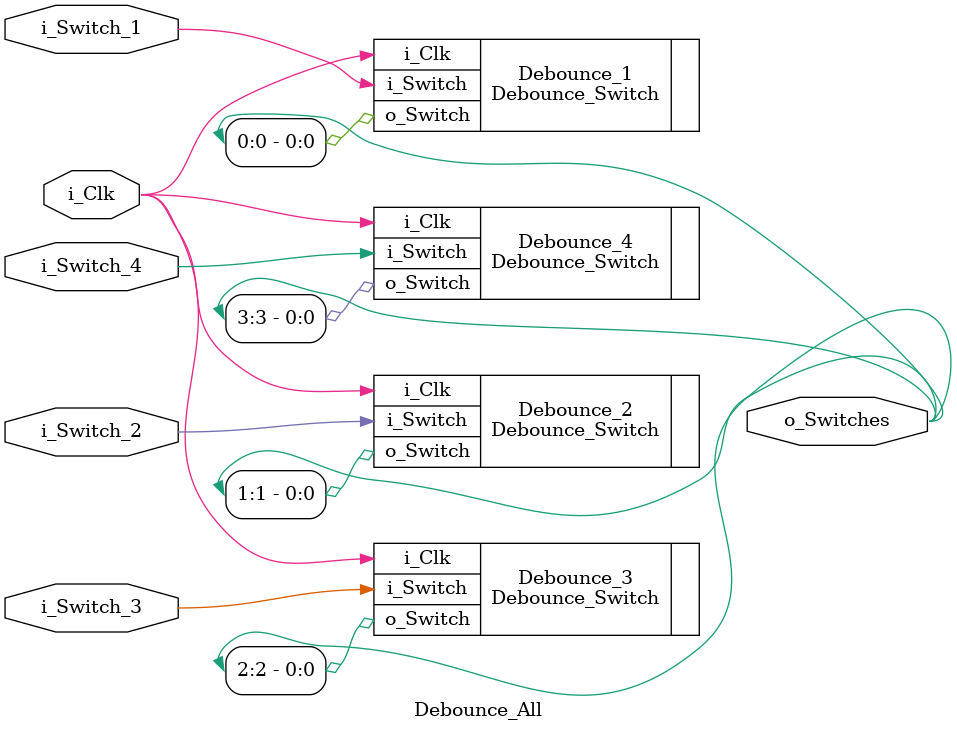
<source format=v>
module Debounce_All (
  input i_Clk,
  input i_Switch_1,
  input i_Switch_2,
  input i_Switch_3,
  input i_Switch_4,
  output [3:0] o_Switches
);
  
  Debounce_Switch Debounce_1 (
    .i_Clk,
    .i_Switch(i_Switch_1),
    .o_Switch(o_Switches[0])
  );

  Debounce_Switch Debounce_2 (
    .i_Clk,
    .i_Switch(i_Switch_2),
    .o_Switch(o_Switches[1])
  );

  Debounce_Switch Debounce_3 (
    .i_Clk,
    .i_Switch(i_Switch_3),
    .o_Switch(o_Switches[2])
  );

  Debounce_Switch Debounce_4 (
    .i_Clk,
    .i_Switch(i_Switch_4),
    .o_Switch(o_Switches[3])
  );

endmodule
</source>
